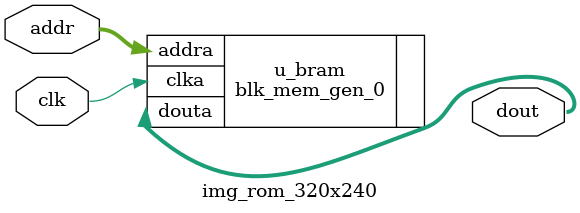
<source format=v>

module img_rom_320x240 (
    input  wire        clk,
    input  wire [16:0] addr,
    output wire [7:0]  dout
);

    blk_mem_gen_0 u_bram (
        .clka  (clk),
        .addra (addr),
        .douta (dout)   // Always enabled
    );

endmodule

</source>
